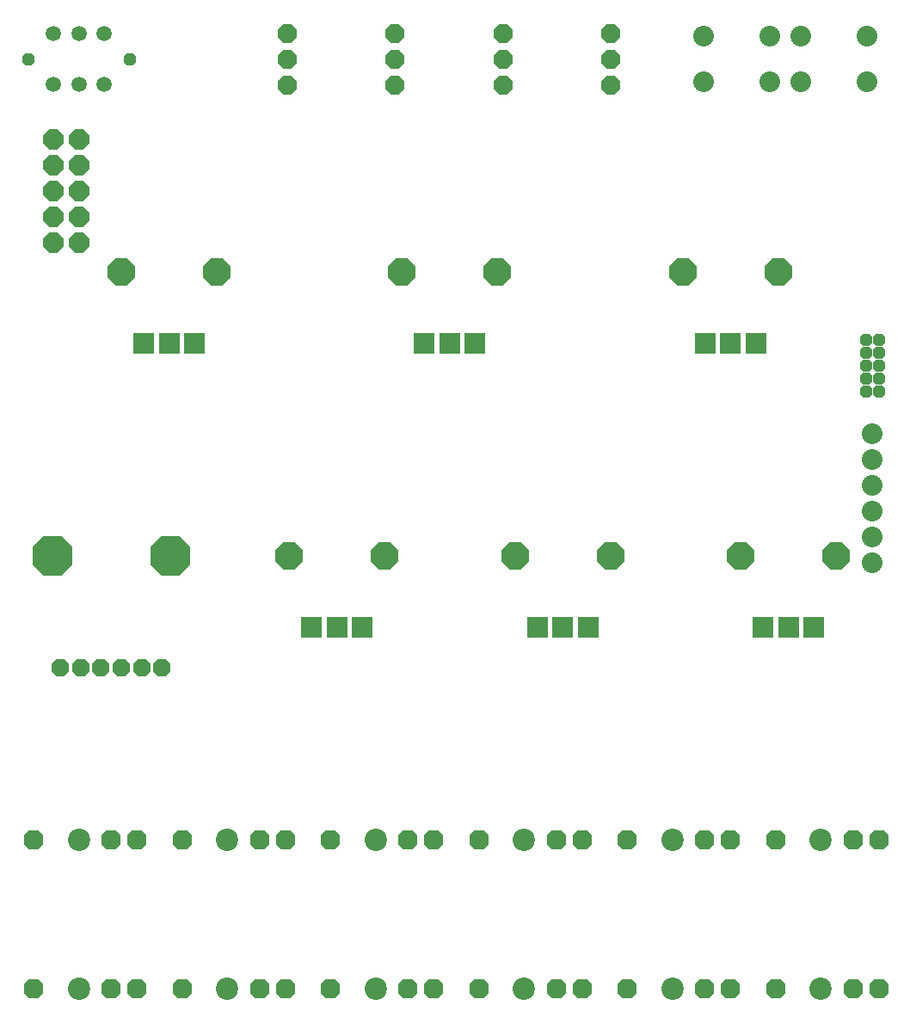
<source format=gbr>
%TF.GenerationSoftware,KiCad,Pcbnew,(6.0.11-0)*%
%TF.CreationDate,2023-05-21T13:26:47+02:00*%
%TF.ProjectId,clouds,636c6f75-6473-42e6-9b69-6361645f7063,rev?*%
%TF.SameCoordinates,Original*%
%TF.FileFunction,Soldermask,Bot*%
%TF.FilePolarity,Negative*%
%FSLAX46Y46*%
G04 Gerber Fmt 4.6, Leading zero omitted, Abs format (unit mm)*
G04 Created by KiCad (PCBNEW (6.0.11-0)) date 2023-05-21 13:26:47*
%MOMM*%
%LPD*%
G01*
G04 APERTURE LIST*
G04 Aperture macros list*
%AMRoundRect*
0 Rectangle with rounded corners*
0 $1 Rounding radius*
0 $2 $3 $4 $5 $6 $7 $8 $9 X,Y pos of 4 corners*
0 Add a 4 corners polygon primitive as box body*
4,1,4,$2,$3,$4,$5,$6,$7,$8,$9,$2,$3,0*
0 Add four circle primitives for the rounded corners*
1,1,$1+$1,$2,$3*
1,1,$1+$1,$4,$5*
1,1,$1+$1,$6,$7*
1,1,$1+$1,$8,$9*
0 Add four rect primitives between the rounded corners*
20,1,$1+$1,$2,$3,$4,$5,0*
20,1,$1+$1,$4,$5,$6,$7,0*
20,1,$1+$1,$6,$7,$8,$9,0*
20,1,$1+$1,$8,$9,$2,$3,0*%
%AMFreePoly0*
4,1,25,0.269922,0.591773,0.274824,0.587282,0.587282,0.274824,0.609310,0.227583,0.609600,0.220942,0.609600,-0.220942,0.591773,-0.269922,0.587282,-0.274824,0.274824,-0.587282,0.227583,-0.609310,0.220942,-0.609600,-0.220942,-0.609600,-0.269922,-0.591773,-0.274824,-0.587282,-0.587282,-0.274824,-0.609310,-0.227583,-0.609600,-0.220942,-0.609600,0.220942,-0.591773,0.269922,-0.587282,0.274824,
-0.274824,0.587282,-0.227583,0.609310,-0.220942,0.609600,0.220942,0.609600,0.269922,0.591773,0.269922,0.591773,$1*%
%AMFreePoly1*
4,1,25,0.438258,0.998173,0.443160,0.993682,0.993682,0.443160,1.015710,0.395919,1.016000,0.389278,1.016000,-0.389278,0.998173,-0.438258,0.993682,-0.443160,0.443160,-0.993682,0.395919,-1.015710,0.389278,-1.016000,-0.389278,-1.016000,-0.438258,-0.998173,-0.443160,-0.993682,-0.993682,-0.443160,-1.015710,-0.395919,-1.016000,-0.389278,-1.016000,0.389278,-0.998173,0.438258,-0.993682,0.443160,
-0.443160,0.993682,-0.395919,1.015710,-0.389278,1.016000,0.389278,1.016000,0.438258,0.998173,0.438258,0.998173,$1*%
%AMFreePoly2*
4,1,25,0.575031,1.328373,0.579933,1.323882,1.323882,0.579933,1.345910,0.532692,1.346200,0.526051,1.346200,-0.526051,1.328373,-0.575031,1.323882,-0.579933,0.579933,-1.323882,0.532692,-1.345910,0.526051,-1.346200,-0.526051,-1.346200,-0.575031,-1.328373,-0.579933,-1.323882,-1.323882,-0.579933,-1.345910,-0.532692,-1.346200,-0.526051,-1.346200,0.526051,-1.328373,0.575031,-1.323882,0.579933,
-0.579933,1.323882,-0.532692,1.345910,-0.526051,1.346200,0.526051,1.346200,0.575031,1.328373,0.575031,1.328373,$1*%
%AMFreePoly3*
4,1,25,0.278123,0.611573,0.283025,0.607082,0.607082,0.283025,0.629110,0.235784,0.629400,0.229143,0.629400,-0.229143,0.611573,-0.278123,0.607082,-0.283025,0.283025,-0.607082,0.235784,-0.629110,0.229143,-0.629400,-0.229143,-0.629400,-0.278123,-0.611573,-0.283025,-0.607082,-0.607082,-0.283025,-0.629110,-0.235784,-0.629400,-0.229143,-0.629400,0.229143,-0.611573,0.278123,-0.607082,0.283025,
-0.283025,0.607082,-0.235784,0.629110,-0.229143,0.629400,0.229143,0.629400,0.278123,0.611573,0.278123,0.611573,$1*%
%AMFreePoly4*
4,1,25,0.396174,0.896573,0.401076,0.892082,0.892082,0.401076,0.914110,0.353835,0.914400,0.347194,0.914400,-0.347194,0.896573,-0.396174,0.892082,-0.401076,0.401076,-0.892082,0.353835,-0.914110,0.347194,-0.914400,-0.347194,-0.914400,-0.396174,-0.896573,-0.401076,-0.892082,-0.892082,-0.401076,-0.914110,-0.353835,-0.914400,-0.347194,-0.914400,0.347194,-0.896573,0.396174,-0.892082,0.401076,
-0.401076,0.892082,-0.353835,0.914110,-0.347194,0.914400,0.347194,0.914400,0.396174,0.896573,0.396174,0.896573,$1*%
%AMFreePoly5*
4,1,25,0.838057,1.963373,0.842959,1.958882,1.958882,0.842959,1.980910,0.795718,1.981200,0.789077,1.981200,-0.789077,1.963373,-0.838057,1.958882,-0.842959,0.842959,-1.958882,0.795718,-1.980910,0.789077,-1.981200,-0.789077,-1.981200,-0.838057,-1.963373,-0.842959,-1.958882,-1.958882,-0.842959,-1.980910,-0.795718,-1.981200,-0.789077,-1.981200,0.789077,-1.963373,0.838057,-1.958882,0.842959,
-0.842959,1.958882,-0.795718,1.980910,-0.789077,1.981200,0.789077,1.981200,0.838057,1.963373,0.838057,1.963373,$1*%
%AMFreePoly6*
4,1,25,0.380351,0.858373,0.385253,0.853882,0.853882,0.385253,0.875910,0.338012,0.876200,0.331371,0.876200,-0.331371,0.858373,-0.380351,0.853882,-0.385253,0.385253,-0.853882,0.338012,-0.875910,0.331371,-0.876200,-0.331371,-0.876200,-0.380351,-0.858373,-0.385253,-0.853882,-0.853882,-0.385253,-0.875910,-0.338012,-0.876200,-0.331371,-0.876200,0.331371,-0.858373,0.380351,-0.853882,0.385253,
-0.385253,0.853882,-0.338012,0.875910,-0.331371,0.876200,0.331371,0.876200,0.380351,0.858373,0.380351,0.858373,$1*%
%AMFreePoly7*
4,1,25,0.417216,0.947373,0.422118,0.942882,0.942882,0.422118,0.964910,0.374877,0.965200,0.368236,0.965200,-0.368236,0.947373,-0.417216,0.942882,-0.422118,0.422118,-0.942882,0.374877,-0.964910,0.368236,-0.965200,-0.368236,-0.965200,-0.417216,-0.947373,-0.422118,-0.942882,-0.942882,-0.422118,-0.964910,-0.374877,-0.965200,-0.368236,-0.965200,0.368236,-0.947373,0.417216,-0.942882,0.422118,
-0.422118,0.942882,-0.374877,0.964910,-0.368236,0.965200,0.368236,0.965200,0.417216,0.947373,0.417216,0.947373,$1*%
G04 Aperture macros list end*
%ADD10FreePoly0,270.000000*%
%ADD11C,2.032000*%
%ADD12FreePoly1,90.000000*%
%ADD13FreePoly2,90.000000*%
%ADD14RoundRect,0.076200X0.939800X-0.939800X0.939800X0.939800X-0.939800X0.939800X-0.939800X-0.939800X0*%
%ADD15FreePoly3,0.000000*%
%ADD16C,1.502400*%
%ADD17FreePoly4,180.000000*%
%ADD18FreePoly5,90.000000*%
%ADD19FreePoly6,0.000000*%
%ADD20C,2.200000*%
%ADD21FreePoly7,90.000000*%
G04 APERTURE END LIST*
D10*
%TO.C,JP2*%
X189141100Y-92938600D03*
X190411100Y-92938600D03*
X189141100Y-91668600D03*
X190411100Y-91668600D03*
X189141100Y-90398600D03*
X190411100Y-90398600D03*
X189141100Y-89128600D03*
X190411100Y-89128600D03*
X189141100Y-87858600D03*
X190411100Y-87858600D03*
%TD*%
D11*
%TO.C,JP1*%
X189776100Y-109766100D03*
X189776100Y-107226100D03*
X189776100Y-104686100D03*
X189776100Y-102146100D03*
X189776100Y-99606100D03*
X189776100Y-97066100D03*
%TD*%
D12*
%TO.C,JP3*%
X111671100Y-68173600D03*
X109131100Y-68173600D03*
X111671100Y-70713600D03*
X109131100Y-70713600D03*
X111671100Y-73253600D03*
X109131100Y-73253600D03*
X111671100Y-75793600D03*
X109131100Y-75793600D03*
X111671100Y-78333600D03*
X109131100Y-78333600D03*
%TD*%
D13*
%TO.C,R43*%
X132371100Y-109131100D03*
X141771100Y-109131100D03*
D14*
X134571100Y-116131100D03*
X137071100Y-116131100D03*
X139571100Y-116131100D03*
%TD*%
D13*
%TO.C,R18*%
X115861100Y-81191100D03*
X125261100Y-81191100D03*
D14*
X118061100Y-88191100D03*
X120561100Y-88191100D03*
X123061100Y-88191100D03*
%TD*%
D15*
%TO.C,SW1*%
X116671100Y-60236100D03*
X106671100Y-60236100D03*
D16*
X114171100Y-57736100D03*
X114171100Y-62736100D03*
X111671100Y-62736100D03*
X109171100Y-62736100D03*
X109171100Y-57736100D03*
X111671100Y-57736100D03*
%TD*%
D13*
%TO.C,R19*%
X143483600Y-81191100D03*
X152883600Y-81191100D03*
D14*
X145683600Y-88191100D03*
X148183600Y-88191100D03*
X150683600Y-88191100D03*
%TD*%
D13*
%TO.C,R44*%
X154596100Y-109131100D03*
X163996100Y-109131100D03*
D14*
X156796100Y-116131100D03*
X159296100Y-116131100D03*
X161796100Y-116131100D03*
%TD*%
D13*
%TO.C,R20*%
X171106100Y-81191100D03*
X180506100Y-81191100D03*
D14*
X173306100Y-88191100D03*
X175806100Y-88191100D03*
X178306100Y-88191100D03*
%TD*%
D13*
%TO.C,R45*%
X176821100Y-109131100D03*
X186221100Y-109131100D03*
D14*
X179021100Y-116131100D03*
X181521100Y-116131100D03*
X184021100Y-116131100D03*
%TD*%
D11*
%TO.C,SW2*%
X179692300Y-62496700D03*
X173189900Y-62496700D03*
X179692300Y-57975500D03*
X173189900Y-57975500D03*
%TD*%
%TO.C,SW3*%
X189217300Y-62496700D03*
X182714900Y-62496700D03*
X189217300Y-57975500D03*
X182714900Y-57975500D03*
%TD*%
D17*
%TO.C,LED4*%
X164058600Y-57696100D03*
X164058600Y-62776100D03*
X164058600Y-60236100D03*
%TD*%
%TO.C,LED3*%
X153422300Y-57696100D03*
X153422300Y-62776100D03*
X153422300Y-60236100D03*
%TD*%
%TO.C,LED2*%
X142786000Y-57696100D03*
X142786000Y-62776100D03*
X142786000Y-60236100D03*
%TD*%
%TO.C,LED1*%
X132149800Y-57696100D03*
X132149800Y-62776100D03*
X132149800Y-60236100D03*
%TD*%
D18*
%TO.C,R42*%
X120646100Y-109131100D03*
X109046100Y-109131100D03*
D19*
X119846100Y-120131100D03*
X109846100Y-120131100D03*
X117846100Y-120131100D03*
X115846100Y-120131100D03*
X111846100Y-120131100D03*
X113846100Y-120131100D03*
%TD*%
D20*
%TO.C,J8*%
X126276100Y-151676100D03*
D21*
X131991100Y-151676100D03*
X121831100Y-151676100D03*
X129451100Y-151676100D03*
%TD*%
D20*
%TO.C,J12*%
X184696100Y-151676100D03*
D21*
X190411100Y-151676100D03*
X180251100Y-151676100D03*
X187871100Y-151676100D03*
%TD*%
D20*
%TO.C,J7*%
X111671100Y-151676100D03*
D21*
X117386100Y-151676100D03*
X107226100Y-151676100D03*
X114846100Y-151676100D03*
%TD*%
D20*
%TO.C,J11*%
X170091100Y-151676100D03*
D21*
X175806100Y-151676100D03*
X165646100Y-151676100D03*
X173266100Y-151676100D03*
%TD*%
D20*
%TO.C,J3*%
X140881100Y-137071100D03*
D21*
X146596100Y-137071100D03*
X136436100Y-137071100D03*
X144056100Y-137071100D03*
%TD*%
D20*
%TO.C,J5*%
X170091100Y-137071100D03*
D21*
X175806100Y-137071100D03*
X165646100Y-137071100D03*
X173266100Y-137071100D03*
%TD*%
D20*
%TO.C,J6*%
X184696100Y-137071100D03*
D21*
X190411100Y-137071100D03*
X180251100Y-137071100D03*
X187871100Y-137071100D03*
%TD*%
D20*
%TO.C,J9*%
X140881100Y-151676100D03*
D21*
X146596100Y-151676100D03*
X136436100Y-151676100D03*
X144056100Y-151676100D03*
%TD*%
D20*
%TO.C,J4*%
X155486100Y-137071100D03*
D21*
X161201100Y-137071100D03*
X151041100Y-137071100D03*
X158661100Y-137071100D03*
%TD*%
D20*
%TO.C,J10*%
X155486100Y-151676100D03*
D21*
X161201100Y-151676100D03*
X151041100Y-151676100D03*
X158661100Y-151676100D03*
%TD*%
D20*
%TO.C,J1*%
X111671100Y-137071100D03*
D21*
X117386100Y-137071100D03*
X107226100Y-137071100D03*
X114846100Y-137071100D03*
%TD*%
D20*
%TO.C,J2*%
X126276100Y-137071100D03*
D21*
X131991100Y-137071100D03*
X121831100Y-137071100D03*
X129451100Y-137071100D03*
%TD*%
M02*

</source>
